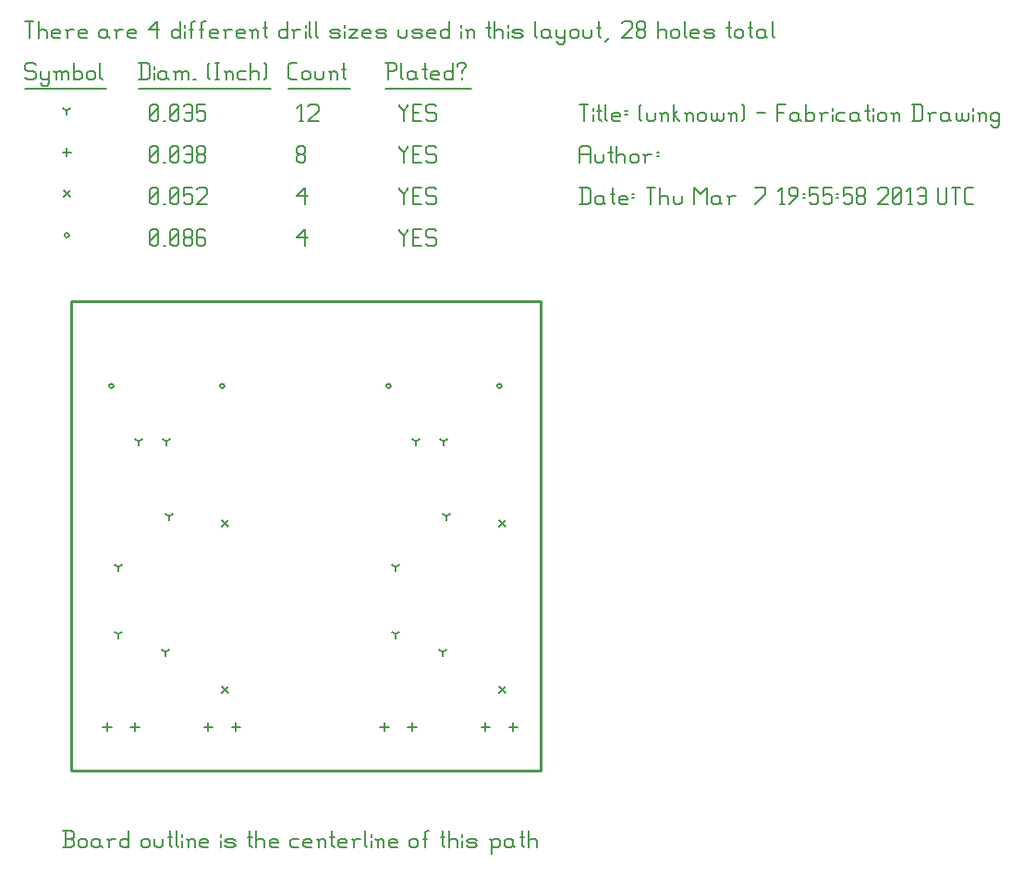
<source format=gbr>
G04 start of page 10 for group -3984 idx -3984 *
G04 Title: (unknown), fab *
G04 Creator: pcb 20110918 *
G04 CreationDate: Thu Mar  7 19:55:58 2013 UTC *
G04 For: fosse *
G04 Format: Gerber/RS-274X *
G04 PCB-Dimensions: 200000 200000 *
G04 PCB-Coordinate-Origin: lower left *
%MOIN*%
%FSLAX25Y25*%
%LNFAB*%
%ADD61C,0.0100*%
%ADD60C,0.0060*%
%ADD59R,0.0080X0.0080*%
G54D59*X30200Y156860D02*G75*G03X31800Y156860I800J0D01*G01*
G75*G03X30200Y156860I-800J0D01*G01*
X70200D02*G75*G03X71800Y156860I800J0D01*G01*
G75*G03X70200Y156860I-800J0D01*G01*
X130200D02*G75*G03X131800Y156860I800J0D01*G01*
G75*G03X130200Y156860I-800J0D01*G01*
X170200D02*G75*G03X171800Y156860I800J0D01*G01*
G75*G03X170200Y156860I-800J0D01*G01*
X14200Y211250D02*G75*G03X15800Y211250I800J0D01*G01*
G75*G03X14200Y211250I-800J0D01*G01*
G54D60*X135000Y213500D02*Y212750D01*
X136500Y211250D01*
X138000Y212750D01*
Y213500D02*Y212750D01*
X136500Y211250D02*Y207500D01*
X139800Y210500D02*X142050D01*
X139800Y207500D02*X142800D01*
X139800Y213500D02*Y207500D01*
Y213500D02*X142800D01*
X147600D02*X148350Y212750D01*
X145350Y213500D02*X147600D01*
X144600Y212750D02*X145350Y213500D01*
X144600Y212750D02*Y211250D01*
X145350Y210500D01*
X147600D01*
X148350Y209750D01*
Y208250D01*
X147600Y207500D02*X148350Y208250D01*
X145350Y207500D02*X147600D01*
X144600Y208250D02*X145350Y207500D01*
X98000Y210500D02*X101000Y213500D01*
X98000Y210500D02*X101750D01*
X101000Y213500D02*Y207500D01*
X45000Y208250D02*X45750Y207500D01*
X45000Y212750D02*Y208250D01*
Y212750D02*X45750Y213500D01*
X47250D01*
X48000Y212750D01*
Y208250D01*
X47250Y207500D02*X48000Y208250D01*
X45750Y207500D02*X47250D01*
X45000Y209000D02*X48000Y212000D01*
X49800Y207500D02*X50550D01*
X52350Y208250D02*X53100Y207500D01*
X52350Y212750D02*Y208250D01*
Y212750D02*X53100Y213500D01*
X54600D01*
X55350Y212750D01*
Y208250D01*
X54600Y207500D02*X55350Y208250D01*
X53100Y207500D02*X54600D01*
X52350Y209000D02*X55350Y212000D01*
X57150Y208250D02*X57900Y207500D01*
X57150Y209750D02*Y208250D01*
Y209750D02*X57900Y210500D01*
X59400D01*
X60150Y209750D01*
Y208250D01*
X59400Y207500D02*X60150Y208250D01*
X57900Y207500D02*X59400D01*
X57150Y211250D02*X57900Y210500D01*
X57150Y212750D02*Y211250D01*
Y212750D02*X57900Y213500D01*
X59400D01*
X60150Y212750D01*
Y211250D01*
X59400Y210500D02*X60150Y211250D01*
X64200Y213500D02*X64950Y212750D01*
X62700Y213500D02*X64200D01*
X61950Y212750D02*X62700Y213500D01*
X61950Y212750D02*Y208250D01*
X62700Y207500D01*
X64200Y210500D02*X64950Y209750D01*
X61950Y210500D02*X64200D01*
X62700Y207500D02*X64200D01*
X64950Y208250D01*
Y209750D02*Y208250D01*
X70800Y48560D02*X73200Y46160D01*
X70800D02*X73200Y48560D01*
X70800Y108560D02*X73200Y106160D01*
X70800D02*X73200Y108560D01*
X170800Y48560D02*X173200Y46160D01*
X170800D02*X173200Y48560D01*
X170800Y108560D02*X173200Y106160D01*
X170800D02*X173200Y108560D01*
X13800Y227450D02*X16200Y225050D01*
X13800D02*X16200Y227450D01*
X135000Y228500D02*Y227750D01*
X136500Y226250D01*
X138000Y227750D01*
Y228500D02*Y227750D01*
X136500Y226250D02*Y222500D01*
X139800Y225500D02*X142050D01*
X139800Y222500D02*X142800D01*
X139800Y228500D02*Y222500D01*
Y228500D02*X142800D01*
X147600D02*X148350Y227750D01*
X145350Y228500D02*X147600D01*
X144600Y227750D02*X145350Y228500D01*
X144600Y227750D02*Y226250D01*
X145350Y225500D01*
X147600D01*
X148350Y224750D01*
Y223250D01*
X147600Y222500D02*X148350Y223250D01*
X145350Y222500D02*X147600D01*
X144600Y223250D02*X145350Y222500D01*
X98000Y225500D02*X101000Y228500D01*
X98000Y225500D02*X101750D01*
X101000Y228500D02*Y222500D01*
X45000Y223250D02*X45750Y222500D01*
X45000Y227750D02*Y223250D01*
Y227750D02*X45750Y228500D01*
X47250D01*
X48000Y227750D01*
Y223250D01*
X47250Y222500D02*X48000Y223250D01*
X45750Y222500D02*X47250D01*
X45000Y224000D02*X48000Y227000D01*
X49800Y222500D02*X50550D01*
X52350Y223250D02*X53100Y222500D01*
X52350Y227750D02*Y223250D01*
Y227750D02*X53100Y228500D01*
X54600D01*
X55350Y227750D01*
Y223250D01*
X54600Y222500D02*X55350Y223250D01*
X53100Y222500D02*X54600D01*
X52350Y224000D02*X55350Y227000D01*
X57150Y228500D02*X60150D01*
X57150D02*Y225500D01*
X57900Y226250D01*
X59400D01*
X60150Y225500D01*
Y223250D01*
X59400Y222500D02*X60150Y223250D01*
X57900Y222500D02*X59400D01*
X57150Y223250D02*X57900Y222500D01*
X61950Y227750D02*X62700Y228500D01*
X64950D01*
X65700Y227750D01*
Y226250D01*
X61950Y222500D02*X65700Y226250D01*
X61950Y222500D02*X65700D01*
X39500Y35460D02*Y32260D01*
X37900Y33860D02*X41100D01*
X29500Y35460D02*Y32260D01*
X27900Y33860D02*X31100D01*
X76000Y35460D02*Y32260D01*
X74400Y33860D02*X77600D01*
X66000Y35460D02*Y32260D01*
X64400Y33860D02*X67600D01*
X139500Y35460D02*Y32260D01*
X137900Y33860D02*X141100D01*
X129500Y35460D02*Y32260D01*
X127900Y33860D02*X131100D01*
X176000Y35460D02*Y32260D01*
X174400Y33860D02*X177600D01*
X166000Y35460D02*Y32260D01*
X164400Y33860D02*X167600D01*
X15000Y242850D02*Y239650D01*
X13400Y241250D02*X16600D01*
X135000Y243500D02*Y242750D01*
X136500Y241250D01*
X138000Y242750D01*
Y243500D02*Y242750D01*
X136500Y241250D02*Y237500D01*
X139800Y240500D02*X142050D01*
X139800Y237500D02*X142800D01*
X139800Y243500D02*Y237500D01*
Y243500D02*X142800D01*
X147600D02*X148350Y242750D01*
X145350Y243500D02*X147600D01*
X144600Y242750D02*X145350Y243500D01*
X144600Y242750D02*Y241250D01*
X145350Y240500D01*
X147600D01*
X148350Y239750D01*
Y238250D01*
X147600Y237500D02*X148350Y238250D01*
X145350Y237500D02*X147600D01*
X144600Y238250D02*X145350Y237500D01*
X98000Y238250D02*X98750Y237500D01*
X98000Y239750D02*Y238250D01*
Y239750D02*X98750Y240500D01*
X100250D01*
X101000Y239750D01*
Y238250D01*
X100250Y237500D02*X101000Y238250D01*
X98750Y237500D02*X100250D01*
X98000Y241250D02*X98750Y240500D01*
X98000Y242750D02*Y241250D01*
Y242750D02*X98750Y243500D01*
X100250D01*
X101000Y242750D01*
Y241250D01*
X100250Y240500D02*X101000Y241250D01*
X45000Y238250D02*X45750Y237500D01*
X45000Y242750D02*Y238250D01*
Y242750D02*X45750Y243500D01*
X47250D01*
X48000Y242750D01*
Y238250D01*
X47250Y237500D02*X48000Y238250D01*
X45750Y237500D02*X47250D01*
X45000Y239000D02*X48000Y242000D01*
X49800Y237500D02*X50550D01*
X52350Y238250D02*X53100Y237500D01*
X52350Y242750D02*Y238250D01*
Y242750D02*X53100Y243500D01*
X54600D01*
X55350Y242750D01*
Y238250D01*
X54600Y237500D02*X55350Y238250D01*
X53100Y237500D02*X54600D01*
X52350Y239000D02*X55350Y242000D01*
X57150Y242750D02*X57900Y243500D01*
X59400D01*
X60150Y242750D01*
Y238250D01*
X59400Y237500D02*X60150Y238250D01*
X57900Y237500D02*X59400D01*
X57150Y238250D02*X57900Y237500D01*
Y240500D02*X60150D01*
X61950Y238250D02*X62700Y237500D01*
X61950Y239750D02*Y238250D01*
Y239750D02*X62700Y240500D01*
X64200D01*
X64950Y239750D01*
Y238250D01*
X64200Y237500D02*X64950Y238250D01*
X62700Y237500D02*X64200D01*
X61950Y241250D02*X62700Y240500D01*
X61950Y242750D02*Y241250D01*
Y242750D02*X62700Y243500D01*
X64200D01*
X64950Y242750D01*
Y241250D01*
X64200Y240500D02*X64950Y241250D01*
X41000Y136860D02*Y135260D01*
Y136860D02*X42387Y137660D01*
X41000Y136860D02*X39613Y137660D01*
X51000Y136860D02*Y135260D01*
Y136860D02*X52387Y137660D01*
X51000Y136860D02*X49613Y137660D01*
X141000Y136860D02*Y135260D01*
Y136860D02*X142387Y137660D01*
X141000Y136860D02*X139613Y137660D01*
X151000Y136860D02*Y135260D01*
Y136860D02*X152387Y137660D01*
X151000Y136860D02*X149613Y137660D01*
X33500Y67260D02*Y65660D01*
Y67260D02*X34887Y68060D01*
X33500Y67260D02*X32113Y68060D01*
X50500Y60860D02*Y59260D01*
Y60860D02*X51887Y61660D01*
X50500Y60860D02*X49113Y61660D01*
X33500Y91553D02*Y89953D01*
Y91553D02*X34887Y92353D01*
X33500Y91553D02*X32113Y92353D01*
X51807Y109860D02*Y108260D01*
Y109860D02*X53194Y110660D01*
X51807Y109860D02*X50420Y110660D01*
X133500Y67260D02*Y65660D01*
Y67260D02*X134887Y68060D01*
X133500Y67260D02*X132113Y68060D01*
X150500Y60860D02*Y59260D01*
Y60860D02*X151887Y61660D01*
X150500Y60860D02*X149113Y61660D01*
X133500Y91553D02*Y89953D01*
Y91553D02*X134887Y92353D01*
X133500Y91553D02*X132113Y92353D01*
X151807Y109860D02*Y108260D01*
Y109860D02*X153194Y110660D01*
X151807Y109860D02*X150420Y110660D01*
X15000Y256250D02*Y254650D01*
Y256250D02*X16387Y257050D01*
X15000Y256250D02*X13613Y257050D01*
X135000Y258500D02*Y257750D01*
X136500Y256250D01*
X138000Y257750D01*
Y258500D02*Y257750D01*
X136500Y256250D02*Y252500D01*
X139800Y255500D02*X142050D01*
X139800Y252500D02*X142800D01*
X139800Y258500D02*Y252500D01*
Y258500D02*X142800D01*
X147600D02*X148350Y257750D01*
X145350Y258500D02*X147600D01*
X144600Y257750D02*X145350Y258500D01*
X144600Y257750D02*Y256250D01*
X145350Y255500D01*
X147600D01*
X148350Y254750D01*
Y253250D01*
X147600Y252500D02*X148350Y253250D01*
X145350Y252500D02*X147600D01*
X144600Y253250D02*X145350Y252500D01*
X98750D02*X100250D01*
X99500Y258500D02*Y252500D01*
X98000Y257000D02*X99500Y258500D01*
X102050Y257750D02*X102800Y258500D01*
X105050D01*
X105800Y257750D01*
Y256250D01*
X102050Y252500D02*X105800Y256250D01*
X102050Y252500D02*X105800D01*
X45000Y253250D02*X45750Y252500D01*
X45000Y257750D02*Y253250D01*
Y257750D02*X45750Y258500D01*
X47250D01*
X48000Y257750D01*
Y253250D01*
X47250Y252500D02*X48000Y253250D01*
X45750Y252500D02*X47250D01*
X45000Y254000D02*X48000Y257000D01*
X49800Y252500D02*X50550D01*
X52350Y253250D02*X53100Y252500D01*
X52350Y257750D02*Y253250D01*
Y257750D02*X53100Y258500D01*
X54600D01*
X55350Y257750D01*
Y253250D01*
X54600Y252500D02*X55350Y253250D01*
X53100Y252500D02*X54600D01*
X52350Y254000D02*X55350Y257000D01*
X57150Y257750D02*X57900Y258500D01*
X59400D01*
X60150Y257750D01*
Y253250D01*
X59400Y252500D02*X60150Y253250D01*
X57900Y252500D02*X59400D01*
X57150Y253250D02*X57900Y252500D01*
Y255500D02*X60150D01*
X61950Y258500D02*X64950D01*
X61950D02*Y255500D01*
X62700Y256250D01*
X64200D01*
X64950Y255500D01*
Y253250D01*
X64200Y252500D02*X64950Y253250D01*
X62700Y252500D02*X64200D01*
X61950Y253250D02*X62700Y252500D01*
X3000Y273500D02*X3750Y272750D01*
X750Y273500D02*X3000D01*
X0Y272750D02*X750Y273500D01*
X0Y272750D02*Y271250D01*
X750Y270500D01*
X3000D01*
X3750Y269750D01*
Y268250D01*
X3000Y267500D02*X3750Y268250D01*
X750Y267500D02*X3000D01*
X0Y268250D02*X750Y267500D01*
X5550Y270500D02*Y268250D01*
X6300Y267500D01*
X8550Y270500D02*Y266000D01*
X7800Y265250D02*X8550Y266000D01*
X6300Y265250D02*X7800D01*
X5550Y266000D02*X6300Y265250D01*
Y267500D02*X7800D01*
X8550Y268250D01*
X11100Y269750D02*Y267500D01*
Y269750D02*X11850Y270500D01*
X12600D01*
X13350Y269750D01*
Y267500D01*
Y269750D02*X14100Y270500D01*
X14850D01*
X15600Y269750D01*
Y267500D01*
X10350Y270500D02*X11100Y269750D01*
X17400Y273500D02*Y267500D01*
Y268250D02*X18150Y267500D01*
X19650D01*
X20400Y268250D01*
Y269750D02*Y268250D01*
X19650Y270500D02*X20400Y269750D01*
X18150Y270500D02*X19650D01*
X17400Y269750D02*X18150Y270500D01*
X22200Y269750D02*Y268250D01*
Y269750D02*X22950Y270500D01*
X24450D01*
X25200Y269750D01*
Y268250D01*
X24450Y267500D02*X25200Y268250D01*
X22950Y267500D02*X24450D01*
X22200Y268250D02*X22950Y267500D01*
X27000Y273500D02*Y268250D01*
X27750Y267500D01*
X0Y264250D02*X29250D01*
X41750Y273500D02*Y267500D01*
X44000Y273500D02*X44750Y272750D01*
Y268250D01*
X44000Y267500D02*X44750Y268250D01*
X41000Y267500D02*X44000D01*
X41000Y273500D02*X44000D01*
X46550Y272000D02*Y271250D01*
Y269750D02*Y267500D01*
X50300Y270500D02*X51050Y269750D01*
X48800Y270500D02*X50300D01*
X48050Y269750D02*X48800Y270500D01*
X48050Y269750D02*Y268250D01*
X48800Y267500D01*
X51050Y270500D02*Y268250D01*
X51800Y267500D01*
X48800D02*X50300D01*
X51050Y268250D01*
X54350Y269750D02*Y267500D01*
Y269750D02*X55100Y270500D01*
X55850D01*
X56600Y269750D01*
Y267500D01*
Y269750D02*X57350Y270500D01*
X58100D01*
X58850Y269750D01*
Y267500D01*
X53600Y270500D02*X54350Y269750D01*
X60650Y267500D02*X61400D01*
X65900Y268250D02*X66650Y267500D01*
X65900Y272750D02*X66650Y273500D01*
X65900Y272750D02*Y268250D01*
X68450Y273500D02*X69950D01*
X69200D02*Y267500D01*
X68450D02*X69950D01*
X72500Y269750D02*Y267500D01*
Y269750D02*X73250Y270500D01*
X74000D01*
X74750Y269750D01*
Y267500D01*
X71750Y270500D02*X72500Y269750D01*
X77300Y270500D02*X79550D01*
X76550Y269750D02*X77300Y270500D01*
X76550Y269750D02*Y268250D01*
X77300Y267500D01*
X79550D01*
X81350Y273500D02*Y267500D01*
Y269750D02*X82100Y270500D01*
X83600D01*
X84350Y269750D01*
Y267500D01*
X86150Y273500D02*X86900Y272750D01*
Y268250D01*
X86150Y267500D02*X86900Y268250D01*
X41000Y264250D02*X88700D01*
X95750Y267500D02*X98000D01*
X95000Y268250D02*X95750Y267500D01*
X95000Y272750D02*Y268250D01*
Y272750D02*X95750Y273500D01*
X98000D01*
X99800Y269750D02*Y268250D01*
Y269750D02*X100550Y270500D01*
X102050D01*
X102800Y269750D01*
Y268250D01*
X102050Y267500D02*X102800Y268250D01*
X100550Y267500D02*X102050D01*
X99800Y268250D02*X100550Y267500D01*
X104600Y270500D02*Y268250D01*
X105350Y267500D01*
X106850D01*
X107600Y268250D01*
Y270500D02*Y268250D01*
X110150Y269750D02*Y267500D01*
Y269750D02*X110900Y270500D01*
X111650D01*
X112400Y269750D01*
Y267500D01*
X109400Y270500D02*X110150Y269750D01*
X114950Y273500D02*Y268250D01*
X115700Y267500D01*
X114200Y271250D02*X115700D01*
X95000Y264250D02*X117200D01*
X130750Y273500D02*Y267500D01*
X130000Y273500D02*X133000D01*
X133750Y272750D01*
Y271250D01*
X133000Y270500D02*X133750Y271250D01*
X130750Y270500D02*X133000D01*
X135550Y273500D02*Y268250D01*
X136300Y267500D01*
X140050Y270500D02*X140800Y269750D01*
X138550Y270500D02*X140050D01*
X137800Y269750D02*X138550Y270500D01*
X137800Y269750D02*Y268250D01*
X138550Y267500D01*
X140800Y270500D02*Y268250D01*
X141550Y267500D01*
X138550D02*X140050D01*
X140800Y268250D01*
X144100Y273500D02*Y268250D01*
X144850Y267500D01*
X143350Y271250D02*X144850D01*
X147100Y267500D02*X149350D01*
X146350Y268250D02*X147100Y267500D01*
X146350Y269750D02*Y268250D01*
Y269750D02*X147100Y270500D01*
X148600D01*
X149350Y269750D01*
X146350Y269000D02*X149350D01*
Y269750D02*Y269000D01*
X154150Y273500D02*Y267500D01*
X153400D02*X154150Y268250D01*
X151900Y267500D02*X153400D01*
X151150Y268250D02*X151900Y267500D01*
X151150Y269750D02*Y268250D01*
Y269750D02*X151900Y270500D01*
X153400D01*
X154150Y269750D01*
X157450Y270500D02*Y269750D01*
Y268250D02*Y267500D01*
X155950Y272750D02*Y272000D01*
Y272750D02*X156700Y273500D01*
X158200D01*
X158950Y272750D01*
Y272000D01*
X157450Y270500D02*X158950Y272000D01*
X130000Y264250D02*X160750D01*
X0Y288500D02*X3000D01*
X1500D02*Y282500D01*
X4800Y288500D02*Y282500D01*
Y284750D02*X5550Y285500D01*
X7050D01*
X7800Y284750D01*
Y282500D01*
X10350D02*X12600D01*
X9600Y283250D02*X10350Y282500D01*
X9600Y284750D02*Y283250D01*
Y284750D02*X10350Y285500D01*
X11850D01*
X12600Y284750D01*
X9600Y284000D02*X12600D01*
Y284750D02*Y284000D01*
X15150Y284750D02*Y282500D01*
Y284750D02*X15900Y285500D01*
X17400D01*
X14400D02*X15150Y284750D01*
X19950Y282500D02*X22200D01*
X19200Y283250D02*X19950Y282500D01*
X19200Y284750D02*Y283250D01*
Y284750D02*X19950Y285500D01*
X21450D01*
X22200Y284750D01*
X19200Y284000D02*X22200D01*
Y284750D02*Y284000D01*
X28950Y285500D02*X29700Y284750D01*
X27450Y285500D02*X28950D01*
X26700Y284750D02*X27450Y285500D01*
X26700Y284750D02*Y283250D01*
X27450Y282500D01*
X29700Y285500D02*Y283250D01*
X30450Y282500D01*
X27450D02*X28950D01*
X29700Y283250D01*
X33000Y284750D02*Y282500D01*
Y284750D02*X33750Y285500D01*
X35250D01*
X32250D02*X33000Y284750D01*
X37800Y282500D02*X40050D01*
X37050Y283250D02*X37800Y282500D01*
X37050Y284750D02*Y283250D01*
Y284750D02*X37800Y285500D01*
X39300D01*
X40050Y284750D01*
X37050Y284000D02*X40050D01*
Y284750D02*Y284000D01*
X44550Y285500D02*X47550Y288500D01*
X44550Y285500D02*X48300D01*
X47550Y288500D02*Y282500D01*
X55800Y288500D02*Y282500D01*
X55050D02*X55800Y283250D01*
X53550Y282500D02*X55050D01*
X52800Y283250D02*X53550Y282500D01*
X52800Y284750D02*Y283250D01*
Y284750D02*X53550Y285500D01*
X55050D01*
X55800Y284750D01*
X57600Y287000D02*Y286250D01*
Y284750D02*Y282500D01*
X59850Y287750D02*Y282500D01*
Y287750D02*X60600Y288500D01*
X61350D01*
X59100Y285500D02*X60600D01*
X63600Y287750D02*Y282500D01*
Y287750D02*X64350Y288500D01*
X65100D01*
X62850Y285500D02*X64350D01*
X67350Y282500D02*X69600D01*
X66600Y283250D02*X67350Y282500D01*
X66600Y284750D02*Y283250D01*
Y284750D02*X67350Y285500D01*
X68850D01*
X69600Y284750D01*
X66600Y284000D02*X69600D01*
Y284750D02*Y284000D01*
X72150Y284750D02*Y282500D01*
Y284750D02*X72900Y285500D01*
X74400D01*
X71400D02*X72150Y284750D01*
X76950Y282500D02*X79200D01*
X76200Y283250D02*X76950Y282500D01*
X76200Y284750D02*Y283250D01*
Y284750D02*X76950Y285500D01*
X78450D01*
X79200Y284750D01*
X76200Y284000D02*X79200D01*
Y284750D02*Y284000D01*
X81750Y284750D02*Y282500D01*
Y284750D02*X82500Y285500D01*
X83250D01*
X84000Y284750D01*
Y282500D01*
X81000Y285500D02*X81750Y284750D01*
X86550Y288500D02*Y283250D01*
X87300Y282500D01*
X85800Y286250D02*X87300D01*
X94500Y288500D02*Y282500D01*
X93750D02*X94500Y283250D01*
X92250Y282500D02*X93750D01*
X91500Y283250D02*X92250Y282500D01*
X91500Y284750D02*Y283250D01*
Y284750D02*X92250Y285500D01*
X93750D01*
X94500Y284750D01*
X97050D02*Y282500D01*
Y284750D02*X97800Y285500D01*
X99300D01*
X96300D02*X97050Y284750D01*
X101100Y287000D02*Y286250D01*
Y284750D02*Y282500D01*
X102600Y288500D02*Y283250D01*
X103350Y282500D01*
X104850Y288500D02*Y283250D01*
X105600Y282500D01*
X110550D02*X112800D01*
X113550Y283250D01*
X112800Y284000D02*X113550Y283250D01*
X110550Y284000D02*X112800D01*
X109800Y284750D02*X110550Y284000D01*
X109800Y284750D02*X110550Y285500D01*
X112800D01*
X113550Y284750D01*
X109800Y283250D02*X110550Y282500D01*
X115350Y287000D02*Y286250D01*
Y284750D02*Y282500D01*
X116850Y285500D02*X119850D01*
X116850Y282500D02*X119850Y285500D01*
X116850Y282500D02*X119850D01*
X122400D02*X124650D01*
X121650Y283250D02*X122400Y282500D01*
X121650Y284750D02*Y283250D01*
Y284750D02*X122400Y285500D01*
X123900D01*
X124650Y284750D01*
X121650Y284000D02*X124650D01*
Y284750D02*Y284000D01*
X127200Y282500D02*X129450D01*
X130200Y283250D01*
X129450Y284000D02*X130200Y283250D01*
X127200Y284000D02*X129450D01*
X126450Y284750D02*X127200Y284000D01*
X126450Y284750D02*X127200Y285500D01*
X129450D01*
X130200Y284750D01*
X126450Y283250D02*X127200Y282500D01*
X134700Y285500D02*Y283250D01*
X135450Y282500D01*
X136950D01*
X137700Y283250D01*
Y285500D02*Y283250D01*
X140250Y282500D02*X142500D01*
X143250Y283250D01*
X142500Y284000D02*X143250Y283250D01*
X140250Y284000D02*X142500D01*
X139500Y284750D02*X140250Y284000D01*
X139500Y284750D02*X140250Y285500D01*
X142500D01*
X143250Y284750D01*
X139500Y283250D02*X140250Y282500D01*
X145800D02*X148050D01*
X145050Y283250D02*X145800Y282500D01*
X145050Y284750D02*Y283250D01*
Y284750D02*X145800Y285500D01*
X147300D01*
X148050Y284750D01*
X145050Y284000D02*X148050D01*
Y284750D02*Y284000D01*
X152850Y288500D02*Y282500D01*
X152100D02*X152850Y283250D01*
X150600Y282500D02*X152100D01*
X149850Y283250D02*X150600Y282500D01*
X149850Y284750D02*Y283250D01*
Y284750D02*X150600Y285500D01*
X152100D01*
X152850Y284750D01*
X157350Y287000D02*Y286250D01*
Y284750D02*Y282500D01*
X159600Y284750D02*Y282500D01*
Y284750D02*X160350Y285500D01*
X161100D01*
X161850Y284750D01*
Y282500D01*
X158850Y285500D02*X159600Y284750D01*
X167100Y288500D02*Y283250D01*
X167850Y282500D01*
X166350Y286250D02*X167850D01*
X169350Y288500D02*Y282500D01*
Y284750D02*X170100Y285500D01*
X171600D01*
X172350Y284750D01*
Y282500D01*
X174150Y287000D02*Y286250D01*
Y284750D02*Y282500D01*
X176400D02*X178650D01*
X179400Y283250D01*
X178650Y284000D02*X179400Y283250D01*
X176400Y284000D02*X178650D01*
X175650Y284750D02*X176400Y284000D01*
X175650Y284750D02*X176400Y285500D01*
X178650D01*
X179400Y284750D01*
X175650Y283250D02*X176400Y282500D01*
X183900Y288500D02*Y283250D01*
X184650Y282500D01*
X188400Y285500D02*X189150Y284750D01*
X186900Y285500D02*X188400D01*
X186150Y284750D02*X186900Y285500D01*
X186150Y284750D02*Y283250D01*
X186900Y282500D01*
X189150Y285500D02*Y283250D01*
X189900Y282500D01*
X186900D02*X188400D01*
X189150Y283250D01*
X191700Y285500D02*Y283250D01*
X192450Y282500D01*
X194700Y285500D02*Y281000D01*
X193950Y280250D02*X194700Y281000D01*
X192450Y280250D02*X193950D01*
X191700Y281000D02*X192450Y280250D01*
Y282500D02*X193950D01*
X194700Y283250D01*
X196500Y284750D02*Y283250D01*
Y284750D02*X197250Y285500D01*
X198750D01*
X199500Y284750D01*
Y283250D01*
X198750Y282500D02*X199500Y283250D01*
X197250Y282500D02*X198750D01*
X196500Y283250D02*X197250Y282500D01*
X201300Y285500D02*Y283250D01*
X202050Y282500D01*
X203550D01*
X204300Y283250D01*
Y285500D02*Y283250D01*
X206850Y288500D02*Y283250D01*
X207600Y282500D01*
X206100Y286250D02*X207600D01*
X209100Y281000D02*X210600Y282500D01*
X215100Y287750D02*X215850Y288500D01*
X218100D01*
X218850Y287750D01*
Y286250D01*
X215100Y282500D02*X218850Y286250D01*
X215100Y282500D02*X218850D01*
X220650Y283250D02*X221400Y282500D01*
X220650Y284750D02*Y283250D01*
Y284750D02*X221400Y285500D01*
X222900D01*
X223650Y284750D01*
Y283250D01*
X222900Y282500D02*X223650Y283250D01*
X221400Y282500D02*X222900D01*
X220650Y286250D02*X221400Y285500D01*
X220650Y287750D02*Y286250D01*
Y287750D02*X221400Y288500D01*
X222900D01*
X223650Y287750D01*
Y286250D01*
X222900Y285500D02*X223650Y286250D01*
X228150Y288500D02*Y282500D01*
Y284750D02*X228900Y285500D01*
X230400D01*
X231150Y284750D01*
Y282500D01*
X232950Y284750D02*Y283250D01*
Y284750D02*X233700Y285500D01*
X235200D01*
X235950Y284750D01*
Y283250D01*
X235200Y282500D02*X235950Y283250D01*
X233700Y282500D02*X235200D01*
X232950Y283250D02*X233700Y282500D01*
X237750Y288500D02*Y283250D01*
X238500Y282500D01*
X240750D02*X243000D01*
X240000Y283250D02*X240750Y282500D01*
X240000Y284750D02*Y283250D01*
Y284750D02*X240750Y285500D01*
X242250D01*
X243000Y284750D01*
X240000Y284000D02*X243000D01*
Y284750D02*Y284000D01*
X245550Y282500D02*X247800D01*
X248550Y283250D01*
X247800Y284000D02*X248550Y283250D01*
X245550Y284000D02*X247800D01*
X244800Y284750D02*X245550Y284000D01*
X244800Y284750D02*X245550Y285500D01*
X247800D01*
X248550Y284750D01*
X244800Y283250D02*X245550Y282500D01*
X253800Y288500D02*Y283250D01*
X254550Y282500D01*
X253050Y286250D02*X254550D01*
X256050Y284750D02*Y283250D01*
Y284750D02*X256800Y285500D01*
X258300D01*
X259050Y284750D01*
Y283250D01*
X258300Y282500D02*X259050Y283250D01*
X256800Y282500D02*X258300D01*
X256050Y283250D02*X256800Y282500D01*
X261600Y288500D02*Y283250D01*
X262350Y282500D01*
X260850Y286250D02*X262350D01*
X266100Y285500D02*X266850Y284750D01*
X264600Y285500D02*X266100D01*
X263850Y284750D02*X264600Y285500D01*
X263850Y284750D02*Y283250D01*
X264600Y282500D01*
X266850Y285500D02*Y283250D01*
X267600Y282500D01*
X264600D02*X266100D01*
X266850Y283250D01*
X269400Y288500D02*Y283250D01*
X270150Y282500D01*
G54D61*X16500Y187360D02*X186000D01*
Y18000D02*X16500D01*
Y187360D01*
Y18000D01*
X186000D02*Y187360D01*
G54D60*X13675Y-9500D02*X16675D01*
X17425Y-8750D01*
Y-7250D02*Y-8750D01*
X16675Y-6500D02*X17425Y-7250D01*
X14425Y-6500D02*X16675D01*
X14425Y-3500D02*Y-9500D01*
X13675Y-3500D02*X16675D01*
X17425Y-4250D01*
Y-5750D01*
X16675Y-6500D02*X17425Y-5750D01*
X19225Y-7250D02*Y-8750D01*
Y-7250D02*X19975Y-6500D01*
X21475D01*
X22225Y-7250D01*
Y-8750D01*
X21475Y-9500D02*X22225Y-8750D01*
X19975Y-9500D02*X21475D01*
X19225Y-8750D02*X19975Y-9500D01*
X26275Y-6500D02*X27025Y-7250D01*
X24775Y-6500D02*X26275D01*
X24025Y-7250D02*X24775Y-6500D01*
X24025Y-7250D02*Y-8750D01*
X24775Y-9500D01*
X27025Y-6500D02*Y-8750D01*
X27775Y-9500D01*
X24775D02*X26275D01*
X27025Y-8750D01*
X30325Y-7250D02*Y-9500D01*
Y-7250D02*X31075Y-6500D01*
X32575D01*
X29575D02*X30325Y-7250D01*
X37375Y-3500D02*Y-9500D01*
X36625D02*X37375Y-8750D01*
X35125Y-9500D02*X36625D01*
X34375Y-8750D02*X35125Y-9500D01*
X34375Y-7250D02*Y-8750D01*
Y-7250D02*X35125Y-6500D01*
X36625D01*
X37375Y-7250D01*
X41875D02*Y-8750D01*
Y-7250D02*X42625Y-6500D01*
X44125D01*
X44875Y-7250D01*
Y-8750D01*
X44125Y-9500D02*X44875Y-8750D01*
X42625Y-9500D02*X44125D01*
X41875Y-8750D02*X42625Y-9500D01*
X46675Y-6500D02*Y-8750D01*
X47425Y-9500D01*
X48925D01*
X49675Y-8750D01*
Y-6500D02*Y-8750D01*
X52225Y-3500D02*Y-8750D01*
X52975Y-9500D01*
X51475Y-5750D02*X52975D01*
X54475Y-3500D02*Y-8750D01*
X55225Y-9500D01*
X56725Y-5000D02*Y-5750D01*
Y-7250D02*Y-9500D01*
X58975Y-7250D02*Y-9500D01*
Y-7250D02*X59725Y-6500D01*
X60475D01*
X61225Y-7250D01*
Y-9500D01*
X58225Y-6500D02*X58975Y-7250D01*
X63775Y-9500D02*X66025D01*
X63025Y-8750D02*X63775Y-9500D01*
X63025Y-7250D02*Y-8750D01*
Y-7250D02*X63775Y-6500D01*
X65275D01*
X66025Y-7250D01*
X63025Y-8000D02*X66025D01*
Y-7250D02*Y-8000D01*
X70525Y-5000D02*Y-5750D01*
Y-7250D02*Y-9500D01*
X72775D02*X75025D01*
X75775Y-8750D01*
X75025Y-8000D02*X75775Y-8750D01*
X72775Y-8000D02*X75025D01*
X72025Y-7250D02*X72775Y-8000D01*
X72025Y-7250D02*X72775Y-6500D01*
X75025D01*
X75775Y-7250D01*
X72025Y-8750D02*X72775Y-9500D01*
X81025Y-3500D02*Y-8750D01*
X81775Y-9500D01*
X80275Y-5750D02*X81775D01*
X83275Y-3500D02*Y-9500D01*
Y-7250D02*X84025Y-6500D01*
X85525D01*
X86275Y-7250D01*
Y-9500D01*
X88825D02*X91075D01*
X88075Y-8750D02*X88825Y-9500D01*
X88075Y-7250D02*Y-8750D01*
Y-7250D02*X88825Y-6500D01*
X90325D01*
X91075Y-7250D01*
X88075Y-8000D02*X91075D01*
Y-7250D02*Y-8000D01*
X96325Y-6500D02*X98575D01*
X95575Y-7250D02*X96325Y-6500D01*
X95575Y-7250D02*Y-8750D01*
X96325Y-9500D01*
X98575D01*
X101125D02*X103375D01*
X100375Y-8750D02*X101125Y-9500D01*
X100375Y-7250D02*Y-8750D01*
Y-7250D02*X101125Y-6500D01*
X102625D01*
X103375Y-7250D01*
X100375Y-8000D02*X103375D01*
Y-7250D02*Y-8000D01*
X105925Y-7250D02*Y-9500D01*
Y-7250D02*X106675Y-6500D01*
X107425D01*
X108175Y-7250D01*
Y-9500D01*
X105175Y-6500D02*X105925Y-7250D01*
X110725Y-3500D02*Y-8750D01*
X111475Y-9500D01*
X109975Y-5750D02*X111475D01*
X113725Y-9500D02*X115975D01*
X112975Y-8750D02*X113725Y-9500D01*
X112975Y-7250D02*Y-8750D01*
Y-7250D02*X113725Y-6500D01*
X115225D01*
X115975Y-7250D01*
X112975Y-8000D02*X115975D01*
Y-7250D02*Y-8000D01*
X118525Y-7250D02*Y-9500D01*
Y-7250D02*X119275Y-6500D01*
X120775D01*
X117775D02*X118525Y-7250D01*
X122575Y-3500D02*Y-8750D01*
X123325Y-9500D01*
X124825Y-5000D02*Y-5750D01*
Y-7250D02*Y-9500D01*
X127075Y-7250D02*Y-9500D01*
Y-7250D02*X127825Y-6500D01*
X128575D01*
X129325Y-7250D01*
Y-9500D01*
X126325Y-6500D02*X127075Y-7250D01*
X131875Y-9500D02*X134125D01*
X131125Y-8750D02*X131875Y-9500D01*
X131125Y-7250D02*Y-8750D01*
Y-7250D02*X131875Y-6500D01*
X133375D01*
X134125Y-7250D01*
X131125Y-8000D02*X134125D01*
Y-7250D02*Y-8000D01*
X138625Y-7250D02*Y-8750D01*
Y-7250D02*X139375Y-6500D01*
X140875D01*
X141625Y-7250D01*
Y-8750D01*
X140875Y-9500D02*X141625Y-8750D01*
X139375Y-9500D02*X140875D01*
X138625Y-8750D02*X139375Y-9500D01*
X144175Y-4250D02*Y-9500D01*
Y-4250D02*X144925Y-3500D01*
X145675D01*
X143425Y-6500D02*X144925D01*
X150625Y-3500D02*Y-8750D01*
X151375Y-9500D01*
X149875Y-5750D02*X151375D01*
X152875Y-3500D02*Y-9500D01*
Y-7250D02*X153625Y-6500D01*
X155125D01*
X155875Y-7250D01*
Y-9500D01*
X157675Y-5000D02*Y-5750D01*
Y-7250D02*Y-9500D01*
X159925D02*X162175D01*
X162925Y-8750D01*
X162175Y-8000D02*X162925Y-8750D01*
X159925Y-8000D02*X162175D01*
X159175Y-7250D02*X159925Y-8000D01*
X159175Y-7250D02*X159925Y-6500D01*
X162175D01*
X162925Y-7250D01*
X159175Y-8750D02*X159925Y-9500D01*
X168175Y-7250D02*Y-11750D01*
X167425Y-6500D02*X168175Y-7250D01*
X168925Y-6500D01*
X170425D01*
X171175Y-7250D01*
Y-8750D01*
X170425Y-9500D02*X171175Y-8750D01*
X168925Y-9500D02*X170425D01*
X168175Y-8750D02*X168925Y-9500D01*
X175225Y-6500D02*X175975Y-7250D01*
X173725Y-6500D02*X175225D01*
X172975Y-7250D02*X173725Y-6500D01*
X172975Y-7250D02*Y-8750D01*
X173725Y-9500D01*
X175975Y-6500D02*Y-8750D01*
X176725Y-9500D01*
X173725D02*X175225D01*
X175975Y-8750D01*
X179275Y-3500D02*Y-8750D01*
X180025Y-9500D01*
X178525Y-5750D02*X180025D01*
X181525Y-3500D02*Y-9500D01*
Y-7250D02*X182275Y-6500D01*
X183775D01*
X184525Y-7250D01*
Y-9500D01*
X200750Y228500D02*Y222500D01*
X203000Y228500D02*X203750Y227750D01*
Y223250D01*
X203000Y222500D02*X203750Y223250D01*
X200000Y222500D02*X203000D01*
X200000Y228500D02*X203000D01*
X207800Y225500D02*X208550Y224750D01*
X206300Y225500D02*X207800D01*
X205550Y224750D02*X206300Y225500D01*
X205550Y224750D02*Y223250D01*
X206300Y222500D01*
X208550Y225500D02*Y223250D01*
X209300Y222500D01*
X206300D02*X207800D01*
X208550Y223250D01*
X211850Y228500D02*Y223250D01*
X212600Y222500D01*
X211100Y226250D02*X212600D01*
X214850Y222500D02*X217100D01*
X214100Y223250D02*X214850Y222500D01*
X214100Y224750D02*Y223250D01*
Y224750D02*X214850Y225500D01*
X216350D01*
X217100Y224750D01*
X214100Y224000D02*X217100D01*
Y224750D02*Y224000D01*
X218900Y226250D02*X219650D01*
X218900Y224750D02*X219650D01*
X224150Y228500D02*X227150D01*
X225650D02*Y222500D01*
X228950Y228500D02*Y222500D01*
Y224750D02*X229700Y225500D01*
X231200D01*
X231950Y224750D01*
Y222500D01*
X233750Y225500D02*Y223250D01*
X234500Y222500D01*
X236000D01*
X236750Y223250D01*
Y225500D02*Y223250D01*
X241250Y228500D02*Y222500D01*
Y228500D02*X243500Y226250D01*
X245750Y228500D01*
Y222500D01*
X249800Y225500D02*X250550Y224750D01*
X248300Y225500D02*X249800D01*
X247550Y224750D02*X248300Y225500D01*
X247550Y224750D02*Y223250D01*
X248300Y222500D01*
X250550Y225500D02*Y223250D01*
X251300Y222500D01*
X248300D02*X249800D01*
X250550Y223250D01*
X253850Y224750D02*Y222500D01*
Y224750D02*X254600Y225500D01*
X256100D01*
X253100D02*X253850Y224750D01*
X263300Y222500D02*X267050Y226250D01*
Y228500D02*Y226250D01*
X263300Y228500D02*X267050D01*
X272300Y222500D02*X273800D01*
X273050Y228500D02*Y222500D01*
X271550Y227000D02*X273050Y228500D01*
X275600Y222500D02*X278600Y225500D01*
Y227750D02*Y225500D01*
X277850Y228500D02*X278600Y227750D01*
X276350Y228500D02*X277850D01*
X275600Y227750D02*X276350Y228500D01*
X275600Y227750D02*Y226250D01*
X276350Y225500D01*
X278600D01*
X280400Y226250D02*X281150D01*
X280400Y224750D02*X281150D01*
X282950Y228500D02*X285950D01*
X282950D02*Y225500D01*
X283700Y226250D01*
X285200D01*
X285950Y225500D01*
Y223250D01*
X285200Y222500D02*X285950Y223250D01*
X283700Y222500D02*X285200D01*
X282950Y223250D02*X283700Y222500D01*
X287750Y228500D02*X290750D01*
X287750D02*Y225500D01*
X288500Y226250D01*
X290000D01*
X290750Y225500D01*
Y223250D01*
X290000Y222500D02*X290750Y223250D01*
X288500Y222500D02*X290000D01*
X287750Y223250D02*X288500Y222500D01*
X292550Y226250D02*X293300D01*
X292550Y224750D02*X293300D01*
X295100Y228500D02*X298100D01*
X295100D02*Y225500D01*
X295850Y226250D01*
X297350D01*
X298100Y225500D01*
Y223250D01*
X297350Y222500D02*X298100Y223250D01*
X295850Y222500D02*X297350D01*
X295100Y223250D02*X295850Y222500D01*
X299900Y223250D02*X300650Y222500D01*
X299900Y224750D02*Y223250D01*
Y224750D02*X300650Y225500D01*
X302150D01*
X302900Y224750D01*
Y223250D01*
X302150Y222500D02*X302900Y223250D01*
X300650Y222500D02*X302150D01*
X299900Y226250D02*X300650Y225500D01*
X299900Y227750D02*Y226250D01*
Y227750D02*X300650Y228500D01*
X302150D01*
X302900Y227750D01*
Y226250D01*
X302150Y225500D02*X302900Y226250D01*
X307400Y227750D02*X308150Y228500D01*
X310400D01*
X311150Y227750D01*
Y226250D01*
X307400Y222500D02*X311150Y226250D01*
X307400Y222500D02*X311150D01*
X312950Y223250D02*X313700Y222500D01*
X312950Y227750D02*Y223250D01*
Y227750D02*X313700Y228500D01*
X315200D01*
X315950Y227750D01*
Y223250D01*
X315200Y222500D02*X315950Y223250D01*
X313700Y222500D02*X315200D01*
X312950Y224000D02*X315950Y227000D01*
X318500Y222500D02*X320000D01*
X319250Y228500D02*Y222500D01*
X317750Y227000D02*X319250Y228500D01*
X321800Y227750D02*X322550Y228500D01*
X324050D01*
X324800Y227750D01*
Y223250D01*
X324050Y222500D02*X324800Y223250D01*
X322550Y222500D02*X324050D01*
X321800Y223250D02*X322550Y222500D01*
Y225500D02*X324800D01*
X329300Y228500D02*Y223250D01*
X330050Y222500D01*
X331550D01*
X332300Y223250D01*
Y228500D02*Y223250D01*
X334100Y228500D02*X337100D01*
X335600D02*Y222500D01*
X339650D02*X341900D01*
X338900Y223250D02*X339650Y222500D01*
X338900Y227750D02*Y223250D01*
Y227750D02*X339650Y228500D01*
X341900D01*
X200000Y242750D02*Y237500D01*
Y242750D02*X200750Y243500D01*
X203000D01*
X203750Y242750D01*
Y237500D01*
X200000Y240500D02*X203750D01*
X205550D02*Y238250D01*
X206300Y237500D01*
X207800D01*
X208550Y238250D01*
Y240500D02*Y238250D01*
X211100Y243500D02*Y238250D01*
X211850Y237500D01*
X210350Y241250D02*X211850D01*
X213350Y243500D02*Y237500D01*
Y239750D02*X214100Y240500D01*
X215600D01*
X216350Y239750D01*
Y237500D01*
X218150Y239750D02*Y238250D01*
Y239750D02*X218900Y240500D01*
X220400D01*
X221150Y239750D01*
Y238250D01*
X220400Y237500D02*X221150Y238250D01*
X218900Y237500D02*X220400D01*
X218150Y238250D02*X218900Y237500D01*
X223700Y239750D02*Y237500D01*
Y239750D02*X224450Y240500D01*
X225950D01*
X222950D02*X223700Y239750D01*
X227750Y241250D02*X228500D01*
X227750Y239750D02*X228500D01*
X200000Y258500D02*X203000D01*
X201500D02*Y252500D01*
X204800Y257000D02*Y256250D01*
Y254750D02*Y252500D01*
X207050Y258500D02*Y253250D01*
X207800Y252500D01*
X206300Y256250D02*X207800D01*
X209300Y258500D02*Y253250D01*
X210050Y252500D01*
X212300D02*X214550D01*
X211550Y253250D02*X212300Y252500D01*
X211550Y254750D02*Y253250D01*
Y254750D02*X212300Y255500D01*
X213800D01*
X214550Y254750D01*
X211550Y254000D02*X214550D01*
Y254750D02*Y254000D01*
X216350Y256250D02*X217100D01*
X216350Y254750D02*X217100D01*
X221600Y253250D02*X222350Y252500D01*
X221600Y257750D02*X222350Y258500D01*
X221600Y257750D02*Y253250D01*
X224150Y255500D02*Y253250D01*
X224900Y252500D01*
X226400D01*
X227150Y253250D01*
Y255500D02*Y253250D01*
X229700Y254750D02*Y252500D01*
Y254750D02*X230450Y255500D01*
X231200D01*
X231950Y254750D01*
Y252500D01*
X228950Y255500D02*X229700Y254750D01*
X233750Y258500D02*Y252500D01*
Y254750D02*X236000Y252500D01*
X233750Y254750D02*X235250Y256250D01*
X238550Y254750D02*Y252500D01*
Y254750D02*X239300Y255500D01*
X240050D01*
X240800Y254750D01*
Y252500D01*
X237800Y255500D02*X238550Y254750D01*
X242600D02*Y253250D01*
Y254750D02*X243350Y255500D01*
X244850D01*
X245600Y254750D01*
Y253250D01*
X244850Y252500D02*X245600Y253250D01*
X243350Y252500D02*X244850D01*
X242600Y253250D02*X243350Y252500D01*
X247400Y255500D02*Y253250D01*
X248150Y252500D01*
X248900D01*
X249650Y253250D01*
Y255500D02*Y253250D01*
X250400Y252500D01*
X251150D01*
X251900Y253250D01*
Y255500D02*Y253250D01*
X254450Y254750D02*Y252500D01*
Y254750D02*X255200Y255500D01*
X255950D01*
X256700Y254750D01*
Y252500D01*
X253700Y255500D02*X254450Y254750D01*
X258500Y258500D02*X259250Y257750D01*
Y253250D01*
X258500Y252500D02*X259250Y253250D01*
X263750Y255500D02*X266750D01*
X271250Y258500D02*Y252500D01*
Y258500D02*X274250D01*
X271250Y255500D02*X273500D01*
X278300D02*X279050Y254750D01*
X276800Y255500D02*X278300D01*
X276050Y254750D02*X276800Y255500D01*
X276050Y254750D02*Y253250D01*
X276800Y252500D01*
X279050Y255500D02*Y253250D01*
X279800Y252500D01*
X276800D02*X278300D01*
X279050Y253250D01*
X281600Y258500D02*Y252500D01*
Y253250D02*X282350Y252500D01*
X283850D01*
X284600Y253250D01*
Y254750D02*Y253250D01*
X283850Y255500D02*X284600Y254750D01*
X282350Y255500D02*X283850D01*
X281600Y254750D02*X282350Y255500D01*
X287150Y254750D02*Y252500D01*
Y254750D02*X287900Y255500D01*
X289400D01*
X286400D02*X287150Y254750D01*
X291200Y257000D02*Y256250D01*
Y254750D02*Y252500D01*
X293450Y255500D02*X295700D01*
X292700Y254750D02*X293450Y255500D01*
X292700Y254750D02*Y253250D01*
X293450Y252500D01*
X295700D01*
X299750Y255500D02*X300500Y254750D01*
X298250Y255500D02*X299750D01*
X297500Y254750D02*X298250Y255500D01*
X297500Y254750D02*Y253250D01*
X298250Y252500D01*
X300500Y255500D02*Y253250D01*
X301250Y252500D01*
X298250D02*X299750D01*
X300500Y253250D01*
X303800Y258500D02*Y253250D01*
X304550Y252500D01*
X303050Y256250D02*X304550D01*
X306050Y257000D02*Y256250D01*
Y254750D02*Y252500D01*
X307550Y254750D02*Y253250D01*
Y254750D02*X308300Y255500D01*
X309800D01*
X310550Y254750D01*
Y253250D01*
X309800Y252500D02*X310550Y253250D01*
X308300Y252500D02*X309800D01*
X307550Y253250D02*X308300Y252500D01*
X313100Y254750D02*Y252500D01*
Y254750D02*X313850Y255500D01*
X314600D01*
X315350Y254750D01*
Y252500D01*
X312350Y255500D02*X313100Y254750D01*
X320600Y258500D02*Y252500D01*
X322850Y258500D02*X323600Y257750D01*
Y253250D01*
X322850Y252500D02*X323600Y253250D01*
X319850Y252500D02*X322850D01*
X319850Y258500D02*X322850D01*
X326150Y254750D02*Y252500D01*
Y254750D02*X326900Y255500D01*
X328400D01*
X325400D02*X326150Y254750D01*
X332450Y255500D02*X333200Y254750D01*
X330950Y255500D02*X332450D01*
X330200Y254750D02*X330950Y255500D01*
X330200Y254750D02*Y253250D01*
X330950Y252500D01*
X333200Y255500D02*Y253250D01*
X333950Y252500D01*
X330950D02*X332450D01*
X333200Y253250D01*
X335750Y255500D02*Y253250D01*
X336500Y252500D01*
X337250D01*
X338000Y253250D01*
Y255500D02*Y253250D01*
X338750Y252500D01*
X339500D01*
X340250Y253250D01*
Y255500D02*Y253250D01*
X342050Y257000D02*Y256250D01*
Y254750D02*Y252500D01*
X344300Y254750D02*Y252500D01*
Y254750D02*X345050Y255500D01*
X345800D01*
X346550Y254750D01*
Y252500D01*
X343550Y255500D02*X344300Y254750D01*
X350600Y255500D02*X351350Y254750D01*
X349100Y255500D02*X350600D01*
X348350Y254750D02*X349100Y255500D01*
X348350Y254750D02*Y253250D01*
X349100Y252500D01*
X350600D01*
X351350Y253250D01*
X348350Y251000D02*X349100Y250250D01*
X350600D01*
X351350Y251000D01*
Y255500D02*Y251000D01*
M02*

</source>
